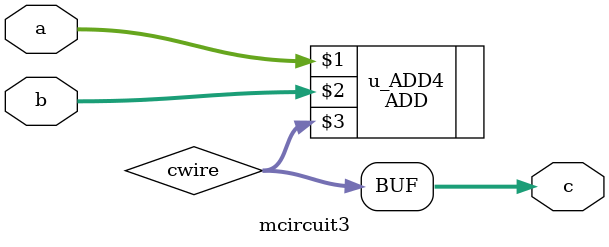
<source format=v>

module mcircuit3(

	 input [31:0] a,
	 input [15:0] b,

	 output [7:0] c
);

	 wire [7:0] cwire;
	 ADD #(0) u_ADD4 (a,b,cwire);
	 assign c = cwire;


endmodule

// *********************************************************************************
// *                            END OF GENERATED FILE                              *
// *********************************************************************************

</source>
